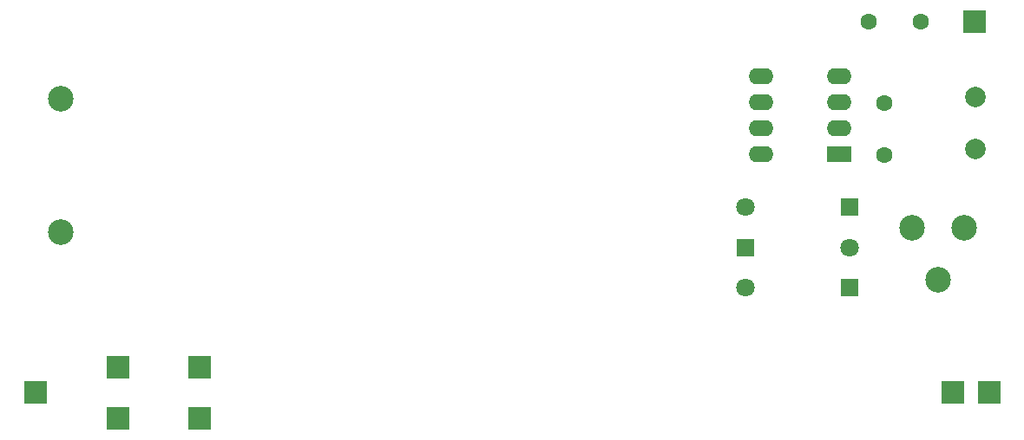
<source format=gbs>
G04 #@! TF.FileFunction,Soldermask,Bot*
%FSLAX46Y46*%
G04 Gerber Fmt 4.6, Leading zero omitted, Abs format (unit mm)*
G04 Created by KiCad (PCBNEW 4.0.2-stable) date 2017/04/14 20:47:14*
%MOMM*%
G01*
G04 APERTURE LIST*
%ADD10C,0.100000*%
%ADD11C,2.500000*%
%ADD12C,1.600000*%
%ADD13C,1.800000*%
%ADD14R,1.800000X1.800000*%
%ADD15C,2.000000*%
%ADD16R,2.200000X2.200000*%
%ADD17R,2.400000X1.600000*%
%ADD18O,2.400000X1.600000*%
G04 APERTURE END LIST*
D10*
D11*
X121701000Y-92052000D03*
X121701000Y-105052000D03*
D12*
X202057000Y-92456000D03*
X202057000Y-97536000D03*
X200533000Y-84455000D03*
X205613000Y-84455000D03*
D13*
X188468000Y-110490000D03*
D14*
X198628000Y-110490000D03*
D13*
X198628000Y-106553000D03*
D14*
X188468000Y-106553000D03*
D13*
X188468000Y-102616000D03*
D14*
X198628000Y-102616000D03*
D11*
X207264000Y-109728000D03*
X204724000Y-104648000D03*
X209804000Y-104648000D03*
D15*
X210947000Y-91821000D03*
X210947000Y-96901000D03*
D16*
X210820000Y-84455000D03*
D17*
X197612000Y-97409000D03*
D18*
X189992000Y-89789000D03*
X197612000Y-94869000D03*
X189992000Y-92329000D03*
X197612000Y-92329000D03*
X189992000Y-94869000D03*
X197612000Y-89789000D03*
X189992000Y-97409000D03*
D16*
X208750000Y-120750000D03*
X119250000Y-120750000D03*
X212250000Y-120750000D03*
X127250000Y-118250000D03*
X127250000Y-123250000D03*
X135250000Y-118250000D03*
X135250000Y-123250000D03*
M02*

</source>
